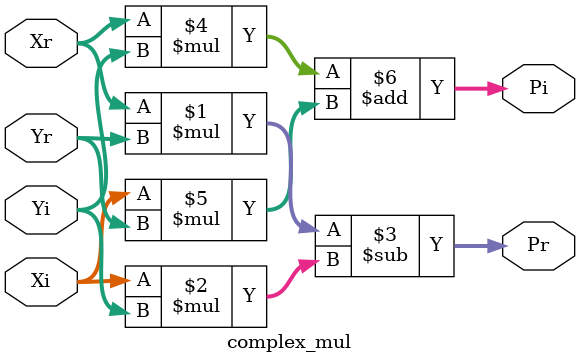
<source format=v>
module complex_mul(
	input signed [31:0]Xr,
	input signed [31:0]Xi,
	input signed [31:0]Yr,
	input signed [31:0]Yi,
	output signed [31:0]Pr,
	output signed [31:0]Pi);

assign Pr = (Xr*Yr)-(Xi*Yi);
assign Pi = (Xr*Yi)+(Xi*Yr);
endmodule

</source>
